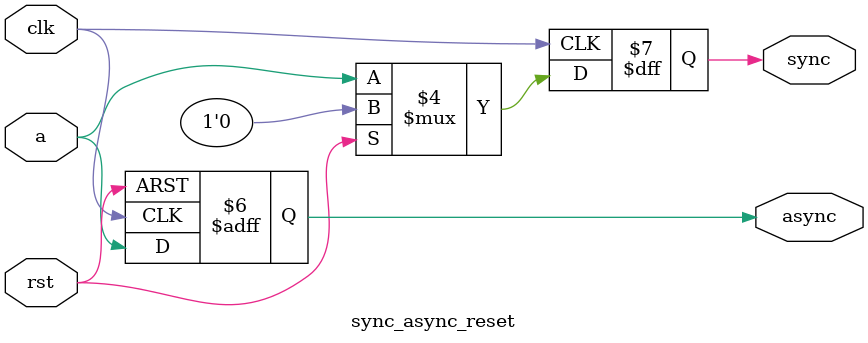
<source format=v>
module sync_async_reset(sync,async,clk,rst,a);
    input clk,rst,a;
    output  reg sync,async;
       
//SYNCHRONOUS RESET : Flop reset is asserted/de-asserted on a predictable clock edge
    always@(posedge clk)  
    begin
        if(rst) 
            sync <= 1'b0;
        else 
            sync <= a;
    end

//ASYNCHRONOUS RESET : Reset is a separate input into Flop.
    always@(posedge clk or posedge rst)
    begin
        if(rst) 
            async <= 1'b0;
        else 
            async <= a;
    end      
endmodule

</source>
